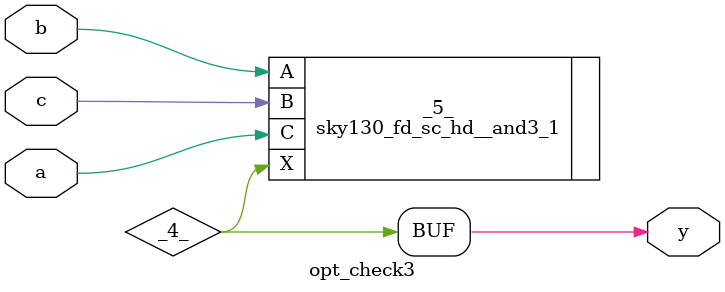
<source format=v>
/* Generated by Yosys 0.33 (git sha1 2584903a060) */

(* top =  1  *)
(* src = "opt_check.v:10.1-12.10" *)
module opt_check3(a, b, c, y);
  wire _0_;
  (* src = "opt_check.v:10.26-10.27" *)
  wire _1_;
  (* src = "opt_check.v:10.36-10.37" *)
  wire _2_;
  (* src = "opt_check.v:10.45-10.46" *)
  wire _3_;
  (* src = "opt_check.v:10.56-10.57" *)
  wire _4_;
  (* src = "opt_check.v:10.26-10.27" *)
  input a;
  wire a;
  (* src = "opt_check.v:10.36-10.37" *)
  input b;
  wire b;
  (* src = "opt_check.v:10.45-10.46" *)
  input c;
  wire c;
  (* src = "opt_check.v:10.56-10.57" *)
  output y;
  wire y;
  sky130_fd_sc_hd__and3_1 _5_ (
    .A(_2_),
    .B(_3_),
    .C(_1_),
    .X(_4_)
  );
  assign _2_ = b;
  assign _3_ = c;
  assign _1_ = a;
  assign y = _4_;
endmodule

</source>
